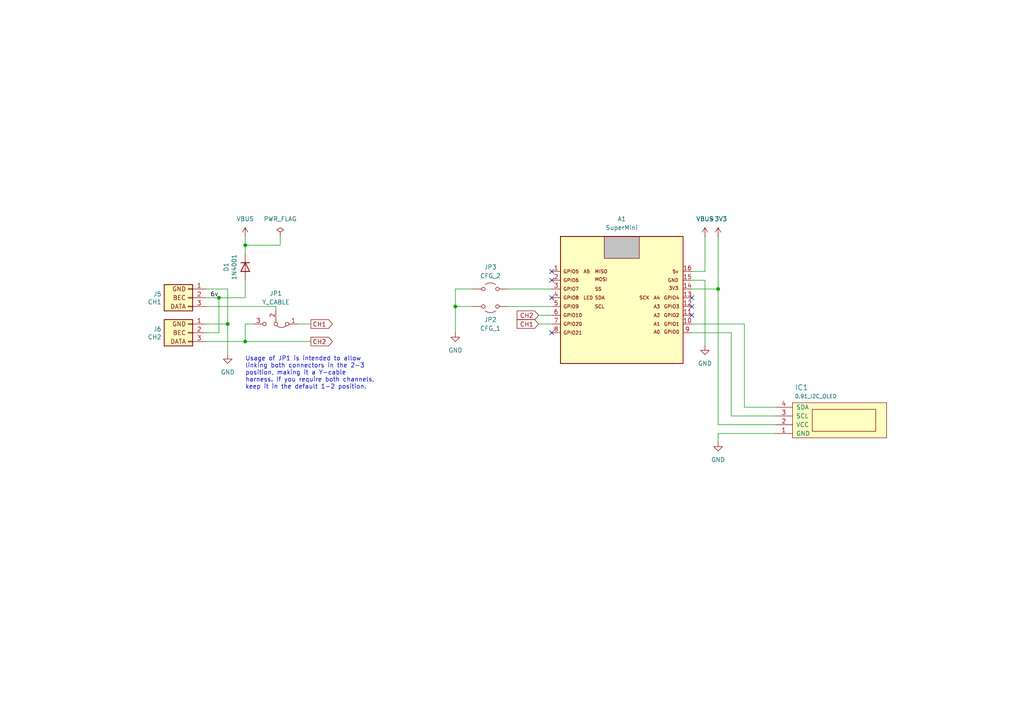
<source format=kicad_sch>
(kicad_sch (version 20231120) (generator "eeschema") (generator_version "8.0")
  (paper "A4")
  (title_block (title "RC Dashboard (ESP32 C3 \"SuperMini\")") (comment 3 "board.") (comment 4 "Adding a throttle gauge using an OLED-screen and an ESP32 C3 \"SuperMini\" development"))
  (lib_symbols
    (symbol "Diode:1N4001" (pin_numbers hide) (pin_names hide)
      (property "Reference" "D" (at 0 2.54 0))
      (property "Value" "1N4001" (at 0 -2.54 0))
      (symbol "1N4001_0_1"
        (polyline (pts (xy -1.27 1.27) (xy -1.27 -1.27)) (stroke (width 0.254)))
        (polyline (pts (xy 1.27 0) (xy -1.27 0)))
        (polyline (pts (xy 1.27 1.27) (xy 1.27 -1.27) (xy -1.27 0) (xy 1.27 1.27)) (stroke (width 0.254)))
      )
      (symbol "1N4001_1_1"
        (pin passive line (at -3.81 0 0) (length 2.54) (name "K") (number "1"))
        (pin passive line (at 3.81 0 180) (length 2.54) (name "A") (number "2"))
      )
    )
    (symbol "I2C_OLED:0.91_I2C_OLED" (pin_names (offset 1.016))
      (property "Reference" "IC" (at 1.27 -4.445 0))
      (property "Value" "0.91_I2C_OLED" (at 1.905 -2.54 0))
      (symbol "0.91_I2C_OLED_0_1"
        (rectangle (start -13.335 1.905) (end 13.97 -8.255) (fill (type background)))
        (rectangle (start 10.795 0) (end -7.62 -6.35))
      )
      (symbol "0.91_I2C_OLED_1_1"
        (pin power_in line (at -18.415 -6.985 0) (length 5.08) (name "GND") (number "1"))
        (pin power_in line (at -18.415 -4.445 0) (length 5.08) (name "VCC") (number "2"))
        (pin bidirectional line (at -18.415 -1.905 0) (length 5.08) (name "SCL") (number "3"))
        (pin bidirectional line (at -18.415 0.635 0) (length 5.08) (name "SDA") (number "4"))
      )
    )
    (symbol "Jumper:Jumper_2_Open" (pin_numbers hide) (pin_names (offset 0) hide) (exclude_from_sim yes)
      (property "Reference" "JP" (at 0 2.794 0))
      (property "Value" "Jumper_2_Open" (at 0 -2.286 0))
      (symbol "Jumper_2_Open_0_0"
        (circle (center -2.032 0) (radius 0.508))
        (circle (center 2.032 0) (radius 0.508))
      )
      (symbol "Jumper_2_Open_0_1"
        (arc (start 1.524 1.27) (mid 0 1.778) (end -1.524 1.27))
      )
      (symbol "Jumper_2_Open_1_1"
        (pin passive line (at -5.08 0 0) (length 2.54) (name "A") (number "1"))
        (pin passive line (at 5.08 0 180) (length 2.54) (name "B") (number "2"))
      )
    )
    (symbol "Jumper:Jumper_3_Bridged12" (pin_names (offset 0) hide) (exclude_from_sim yes) (in_bom no)
      (property "Reference" "JP" (at -2.54 -2.54 0))
      (property "Value" "Jumper_3_Bridged12" (at 0 2.794 0))
      (symbol "Jumper_3_Bridged12_0_0"
        (circle (center -3.302 0) (radius 0.508))
        (circle (center 0 0) (radius 0.508))
        (circle (center 3.302 0) (radius 0.508))
      )
      (symbol "Jumper_3_Bridged12_0_1"
        (arc (start -0.254 0.508) (mid -1.651 0.9912) (end -3.048 0.508))
        (polyline (pts (xy 0 -1.27) (xy 0 -0.508)))
      )
      (symbol "Jumper_3_Bridged12_1_1"
        (pin passive line (at -6.35 0 0) (length 2.54) (name "A") (number "1"))
        (pin passive line (at 0 -3.81 90) (length 2.54) (name "C") (number "2"))
        (pin passive line (at 6.35 0 180) (length 2.54) (name "B") (number "3"))
      )
    )
    (symbol "SuperMini:SuperMini" (pin_names hide)
      (property "Reference" "A" (at -15.748 -1.524 0))
      (property "Value" "SuperMini" (at 0 0 0))
      (symbol "SuperMini_0_1"
        (rectangle (start -17.78 2.54) (end 17.78 -34.29) (stroke (width 0.254)) (fill (type background)))
      )
      (symbol "SuperMini_1_0"
        (text "3V3" (at 16.51 -12.446 0) (effects (font (size 0.9906 0.9906)) (justify right)))
        (text "5v" (at 16.51 -7.62 0) (effects (font (size 0.9906 0.9906)) (justify right)))
        (text "A0" (at 11.176 -25.146 0) (effects (font (size 0.9906 0.9906)) (justify right)))
        (text "A1" (at 11.176 -22.86 0) (effects (font (size 0.9906 0.9906)) (justify right)))
        (text "A2" (at 11.176 -20.32 0) (effects (font (size 0.9906 0.9906)) (justify right)))
        (text "A3" (at 11.176 -17.78 0) (effects (font (size 0.9906 0.9906)) (justify right)))
        (text "A4" (at 11.176 -15.24 0) (effects (font (size 0.9906 0.9906)) (justify right)))
        (text "A5" (at -11.176 -7.62 0) (effects (font (size 0.9906 0.9906)) (justify left)))
        (text "GPIO0" (at 16.764 -25.146 0) (effects (font (size 0.9906 0.9906)) (justify right)))
        (text "GPIO1" (at 16.764 -22.86 0) (effects (font (size 0.9906 0.9906)) (justify right)))
        (text "GPIO10" (at -17.018 -20.32 0) (effects (font (size 0.9906 0.9906)) (justify left)))
        (text "GPIO2" (at 16.764 -20.32 0) (effects (font (size 0.9906 0.9906)) (justify right)))
        (text "GPIO20" (at -17.018 -22.86 0) (effects (font (size 0.9906 0.9906)) (justify left)))
        (text "GPIO21" (at -17.018 -25.4 0) (effects (font (size 0.9906 0.9906)) (justify left)))
        (text "GPIO3" (at 16.764 -17.78 0) (effects (font (size 0.9906 0.9906)) (justify right)))
        (text "GPIO4" (at 16.764 -15.24 0) (effects (font (size 0.9906 0.9906)) (justify right)))
        (text "GPIO5" (at -17.018 -7.62 0) (effects (font (size 0.9906 0.9906)) (justify left)))
        (text "GPIO6" (at -17.018 -10.16 0) (effects (font (size 0.9906 0.9906)) (justify left)))
        (text "GPIO7" (at -17.018 -12.7 0) (effects (font (size 0.9906 0.9906)) (justify left)))
        (text "GPIO8" (at -17.018 -15.24 0) (effects (font (size 0.9906 0.9906)) (justify left)))
        (text "GPIO9" (at -17.018 -17.78 0) (effects (font (size 0.9906 0.9906)) (justify left)))
        (text "LED" (at -11.176 -15.24 0) (effects (font (size 0.9906 0.9906)) (justify left)))
        (text "MISO" (at -7.874 -7.62 0) (effects (font (size 0.9906 0.9906)) (justify left)))
        (text "MOSI" (at -7.874 -9.906 0) (effects (font (size 0.9906 0.9906)) (justify left)))
        (text "SCK" (at 8.128 -15.24 0) (effects (font (size 0.9906 0.9906)) (justify right)))
        (text "SCL" (at -7.874 -17.78 0) (effects (font (size 0.9906 0.9906)) (justify left)))
        (text "SDA" (at -7.874 -15.24 0) (effects (font (size 0.9906 0.9906)) (justify left)))
        (text "SS" (at -7.874 -12.7 0) (effects (font (size 0.9906 0.9906)) (justify left)))
      )
      (symbol "SuperMini_1_1"
        (rectangle (start -5.08 2.54) (end 5.08 -3.81) (fill (type color) (color 194 194 194 1)))
        (text "GND" (at 16.51 -10.16 0) (effects (font (size 0.9906 0.9906)) (justify right)))
        (pin bidirectional line (at -20.32 -7.62 0) (length 2.54) (name "GPIO5") (number "1"))
        (pin bidirectional line (at 20.32 -22.86 180) (length 2.54) (name "GPIO1") (number "10"))
        (pin bidirectional line (at 20.32 -20.32 180) (length 2.54) (name "GPIO2") (number "11"))
        (pin bidirectional line (at 20.32 -17.78 180) (length 2.54) (name "GPIO3") (number "12"))
        (pin bidirectional line (at 20.32 -15.24 180) (length 2.54) (name "GPIO4") (number "13"))
        (pin power_out line (at 20.32 -12.7 180) (length 2.54) (name "3V3") (number "14"))
        (pin power_in line (at 20.32 -10.16 180) (length 2.54) (name "GND") (number "15"))
        (pin power_in line (at 20.32 -7.62 180) (length 2.54) (name "5v") (number "16"))
        (pin bidirectional line (at -20.32 -10.16 0) (length 2.54) (name "GPIO6") (number "2"))
        (pin bidirectional line (at -20.32 -12.7 0) (length 2.54) (name "GPIO7") (number "3"))
        (pin bidirectional line (at -20.32 -15.24 0) (length 2.54) (name "GPIO8") (number "4"))
        (pin bidirectional line (at -20.32 -17.78 0) (length 2.54) (name "GPIO9") (number "5"))
        (pin bidirectional line (at -20.32 -20.32 0) (length 2.54) (name "GPIO10") (number "6"))
        (pin bidirectional line (at -20.32 -22.86 0) (length 2.54) (name "GPIO20") (number "7"))
        (pin bidirectional line (at -20.32 -25.4 0) (length 2.54) (name "GPIO21") (number "8"))
        (pin bidirectional line (at 20.32 -25.4 180) (length 2.54) (name "GPIO0") (number "9"))
      )
    )
    (symbol "power:+3V3" (power) (pin_numbers hide) (pin_names (offset 0) hide)
      (property "Value" "+3V3" (at 0 3.556 0))
      (symbol "+3V3_0_1"
        (polyline (pts (xy -0.762 1.27) (xy 0 2.54)))
        (polyline (pts (xy 0 0) (xy 0 2.54)))
        (polyline (pts (xy 0 2.54) (xy 0.762 1.27)))
      )
      (symbol "+3V3_1_1"
        (pin power_in line (at 0 0 90) (length 0) (name "~") (number "1"))
      )
    )
    (symbol "power:GND" (power) (pin_numbers hide) (pin_names (offset 0) hide)
      (property "Value" "GND" (at 0 -3.81 0))
      (symbol "GND_0_1"
        (polyline (pts (xy 0 0) (xy 0 -1.27) (xy 1.27 -1.27) (xy 0 -2.54) (xy -1.27 -1.27) (xy 0 -1.27)))
      )
      (symbol "GND_1_1"
        (pin power_in line (at 0 0 270) (length 0) (name "~") (number "1"))
      )
    )
    (symbol "power:PWR_FLAG" (power) (pin_numbers hide) (pin_names (offset 0) hide)
      (property "Value" "PWR_FLAG" (at 0 3.81 0))
      (symbol "PWR_FLAG_0_0"
        (pin power_out line (at 0 0 90) (length 0) (name "~") (number "1"))
      )
      (symbol "PWR_FLAG_0_1"
        (polyline (pts (xy 0 0) (xy 0 1.27) (xy -1.016 1.905) (xy 0 2.54) (xy 1.016 1.905) (xy 0 1.27)))
      )
    )
    (symbol "power:VBUS" (power) (pin_numbers hide) (pin_names (offset 0) hide)
      (property "Value" "VBUS" (at 0 3.556 0))
      (symbol "VBUS_0_1"
        (polyline (pts (xy -0.762 1.27) (xy 0 2.54)))
        (polyline (pts (xy 0 0) (xy 0 2.54)))
        (polyline (pts (xy 0 2.54) (xy 0.762 1.27)))
      )
      (symbol "VBUS_1_1"
        (pin power_in line (at 0 0 90) (length 0) (name "~") (number "1"))
      )
    )
    (symbol "rc_light_system:Conn_Channel_Output" (pin_names (offset 1.016) hide)
      (property "Reference" "J" (at 0 5.08 0))
      (property "Value" "Conn_Channel_Output" (at 0 -5.08 0))
      (symbol "Conn_Channel_Output_0_1"
        (rectangle (start -1.27 3.81) (end 6.985 -3.81) (stroke (width 0.254)) (fill (type background)))
      )
      (symbol "Conn_Channel_Output_1_1"
        (rectangle (start -1.27 -2.413) (end 0 -2.667) (stroke (width 0.1524)))
        (rectangle (start -1.27 0.127) (end 0 -0.127) (stroke (width 0.1524)))
        (rectangle (start -1.27 2.667) (end 0 2.413) (stroke (width 0.1524)))
        (text "BEC" (at 0.635 0 0) (effects (font (size 1.27 1.27)) (justify left)))
        (text "DATA" (at 0.635 -2.54 0) (effects (font (size 1.27 1.27)) (justify left)))
        (text "GND" (at 0.635 2.54 0) (effects (font (size 1.27 1.27)) (justify left)))
        (pin power_in line (at -5.08 2.54 0) (length 3.81) (name "GND") (number "1"))
        (pin passive line (at -5.08 0 0) (length 3.81) (name "BEC") (number "2"))
        (pin input line (at -5.08 -2.54 0) (length 3.81) (name "VCC") (number "3"))
      )
    )
    (symbol "rc_light_system:Conn_Input" (pin_names (offset 1.016) hide)
      (property "Reference" "J" (at 0 5.08 0))
      (property "Value" "Conn_Input" (at 0 -5.08 0))
      (symbol "Conn_Input_0_1"
        (rectangle (start -1.27 3.81) (end 6.985 -3.81) (stroke (width 0.254)) (fill (type background)))
      )
      (symbol "Conn_Input_1_1"
        (rectangle (start -1.27 -2.413) (end 0 -2.667) (stroke (width 0.1524)))
        (rectangle (start -1.27 0.127) (end 0 -0.127) (stroke (width 0.1524)))
        (rectangle (start -1.27 2.667) (end 0 2.413) (stroke (width 0.1524)))
        (text "BEC" (at 0.635 0 0) (effects (font (size 1.27 1.27)) (justify left)))
        (text "DATA" (at 0.635 -2.54 0) (effects (font (size 1.27 1.27)) (justify left)))
        (text "GND" (at 0.635 2.54 0) (effects (font (size 1.27 1.27)) (justify left)))
        (pin power_out line (at -5.08 2.54 0) (length 3.81) (name "GND") (number "1"))
        (pin power_out line (at -5.08 0 0) (length 3.81) (name "BEC") (number "2"))
        (pin output line (at -5.08 -2.54 0) (length 3.81) (name "VCC") (number "3"))
      )
    )
  )
  (junction (at 63.5 86.36))
  (junction (at 71.12 99.06))
  (junction (at 71.12 71.12))
  (junction (at 208.28 83.82))
  (junction (at 132.08 88.9))
  (junction (at 66.04 93.98))
  (no_connect (at 160.02 81.28))
  (no_connect (at 200.66 86.36))
  (no_connect (at 200.66 91.44))
  (no_connect (at 160.02 78.74))
  (no_connect (at 160.02 86.36))
  (no_connect (at 160.02 96.52))
  (no_connect (at 200.66 88.9))
  (wire (pts (xy 212.09 96.52) (xy 212.09 120.65)))
  (wire (pts (xy 59.69 83.82) (xy 66.04 83.82)))
  (wire (pts (xy 66.04 93.98) (xy 66.04 102.87)))
  (wire (pts (xy 215.9 118.11) (xy 215.9 93.98)))
  (wire (pts (xy 200.66 78.74) (xy 204.47 78.74)))
  (wire (pts (xy 71.12 68.58) (xy 71.12 71.12)))
  (wire (pts (xy 59.69 88.9) (xy 80.01 88.9)))
  (wire (pts (xy 208.28 83.82) (xy 208.28 123.19)))
  (wire (pts (xy 71.12 93.98) (xy 71.12 99.06)))
  (wire (pts (xy 156.21 91.44) (xy 160.02 91.44)))
  (wire (pts (xy 66.04 83.82) (xy 66.04 93.98)))
  (wire (pts (xy 200.66 96.52) (xy 212.09 96.52)))
  (wire (pts (xy 208.28 68.58) (xy 208.28 83.82)))
  (wire (pts (xy 59.69 99.06) (xy 71.12 99.06)))
  (wire (pts (xy 71.12 71.12) (xy 81.28 71.12)))
  (wire (pts (xy 204.47 81.28) (xy 204.47 100.33)))
  (wire (pts (xy 59.69 93.98) (xy 66.04 93.98)))
  (wire (pts (xy 208.28 125.73) (xy 224.79 125.73)))
  (wire (pts (xy 132.08 88.9) (xy 137.16 88.9)))
  (wire (pts (xy 132.08 83.82) (xy 137.16 83.82)))
  (wire (pts (xy 132.08 83.82) (xy 132.08 88.9)))
  (wire (pts (xy 156.21 93.98) (xy 160.02 93.98)))
  (wire (pts (xy 71.12 99.06) (xy 90.17 99.06)))
  (wire (pts (xy 71.12 71.12) (xy 71.12 73.66)))
  (wire (pts (xy 212.09 120.65) (xy 224.79 120.65)))
  (wire (pts (xy 80.01 88.9) (xy 80.01 90.17)))
  (wire (pts (xy 132.08 88.9) (xy 132.08 96.52)))
  (wire (pts (xy 204.47 68.58) (xy 204.47 78.74)))
  (wire (pts (xy 63.5 86.36) (xy 59.69 86.36)))
  (wire (pts (xy 81.28 68.58) (xy 81.28 71.12)))
  (wire (pts (xy 200.66 81.28) (xy 204.47 81.28)))
  (wire (pts (xy 147.32 88.9) (xy 160.02 88.9)))
  (wire (pts (xy 215.9 93.98) (xy 200.66 93.98)))
  (wire (pts (xy 224.79 123.19) (xy 208.28 123.19)))
  (wire (pts (xy 63.5 96.52) (xy 59.69 96.52)))
  (wire (pts (xy 208.28 125.73) (xy 208.28 128.27)))
  (wire (pts (xy 208.28 83.82) (xy 200.66 83.82)))
  (wire (pts (xy 73.66 93.98) (xy 71.12 93.98)))
  (wire (pts (xy 63.5 86.36) (xy 63.5 96.52)))
  (wire (pts (xy 86.36 93.98) (xy 90.17 93.98)))
  (wire (pts (xy 147.32 83.82) (xy 160.02 83.82)))
  (wire (pts (xy 215.9 118.11) (xy 224.79 118.11)))
  (wire (pts (xy 71.12 81.28) (xy 71.12 86.36)))
  (wire (pts (xy 63.5 86.36) (xy 71.12 86.36)))
  (text "Usage of JP1 is intended to allow\nlinking both connectors in the 2-3\nposition, making it a Y-cable\nharness. If you require both channels,\nkeep it in the default 1-2 position." (at 71.12 113.03 0) (effects (font (size 1.27 1.27)) (justify left bottom)))
  (label "6v" (at 60.96 86.36 0))
  (global_label "CH1" (shape output) (at 90.17 93.98 0) (property "Intersheetrefs" "${INTERSHEET_REFS}" (effects (hide yes))))
  (global_label "CH2" (shape input) (at 156.21 91.44 180) (property "Intersheetrefs" "${INTERSHEET_REFS}" (effects (hide yes))))
  (global_label "CH1" (shape input) (at 156.21 93.98 180) (property "Intersheetrefs" "${INTERSHEET_REFS}" (effects (hide yes))))
  (global_label "CH2" (shape output) (at 90.17 99.06 0) (property "Intersheetrefs" "${INTERSHEET_REFS}" (effects (hide yes))))
  (symbol (lib_id "rc_light_system:Conn_Input") (at 54.61 86.36 0) (mirror y) (unit 1)
    (property "Reference" "J5" (at 46.863 85.2932 0) (effects (justify left)))
    (property "Value" "CH1" (at 46.863 87.6046 0) (effects (justify left)))
    (property "Footprint" "Connector_PinHeader_2.54mm:PinHeader_1x03_P2.54mm_Vertical" (effects (hide yes)))
  )
  (symbol (lib_id "rc_light_system:Conn_Channel_Output") (at 54.61 96.52 0) (mirror y) (unit 1)
    (property "Reference" "J6" (at 46.863 95.4532 0) (effects (justify left)))
    (property "Value" "CH2" (at 46.863 97.7646 0) (effects (justify left)))
    (property "Footprint" "Connector_PinHeader_2.54mm:PinHeader_1x03_P2.54mm_Vertical" (effects (hide yes)))
  )
  (symbol (lib_id "I2C_OLED:0.91_I2C_OLED") (at 243.205 118.745 0) (unit 1)
    (property "Reference" "IC1" (at 230.505 112.395 0) (effects (font (size 1.524 1.524)) (justify left)))
    (property "Value" "0.91_I2C_OLED" (at 230.505 114.935 0) (effects (font (size 1.0922 1.0922)) (justify left)))
    (property "Footprint" "Connector_JST:JST_XH_B4B-XH-A_1x04_P2.50mm_Vertical" (effects (hide yes)))
  )
  (symbol (lib_id "Diode:1N4001") (at 71.12 77.47 270) (unit 1)
    (property "Reference" "D1" (at 65.6082 77.47 0))
    (property "Value" "1N4001" (at 67.9196 77.47 0))
    (property "Footprint" "Diode_THT:D_DO-41_SOD81_P10.16mm_Horizontal" (effects (hide yes)))
    (property "Datasheet" "http://www.vishay.com/docs/88503/1n4001.pdf" (effects (hide yes)))
  )
  (symbol (lib_id "power:GND") (at 66.04 102.87 0) (unit 1)
    (property "Reference" "#PWR01" (effects (hide yes)))
    (property "Value" "GND" (at 66.04 107.95 0))
    (property "Description" "Power symbol creates a global label with name \"GND\" , ground" (effects (hide yes)))
  )
  (symbol (lib_id "Jumper:Jumper_3_Bridged12") (at 80.01 93.98 180) (unit 1) (exclude_from_sim yes) (in_bom no)
    (property "Reference" "JP1" (at 80.01 85.09 0))
    (property "Value" "Y_CABLE" (at 80.01 87.63 0))
    (property "Footprint" "solder_bridge:select2" (effects (hide yes)))
    (property "Description" "Jumper, 3-pole, pins 1+2 closed/bridged" (effects (hide yes)))
  )
  (symbol (lib_id "power:GND") (at 132.08 96.52 0) (unit 1)
    (property "Reference" "#PWR02" (effects (hide yes)))
    (property "Value" "GND" (at 132.08 101.6 0))
    (property "Description" "Power symbol creates a global label with name \"GND\" , ground" (effects (hide yes)))
  )
  (symbol (lib_id "power:GND") (at 208.28 128.27 0) (unit 1)
    (property "Reference" "#PWR04" (effects (hide yes)))
    (property "Value" "GND" (at 208.28 133.35 0))
    (property "Description" "Power symbol creates a global label with name \"GND\" , ground" (effects (hide yes)))
  )
  (symbol (lib_id "power:GND") (at 204.47 100.33 0) (unit 1)
    (property "Reference" "#PWR05" (effects (hide yes)))
    (property "Value" "GND" (at 204.47 105.41 0))
    (property "Description" "Power symbol creates a global label with name \"GND\" , ground" (effects (hide yes)))
  )
  (symbol (lib_id "power:PWR_FLAG") (at 81.28 68.58 0) (unit 1)
    (property "Reference" "#FLG01" (effects (hide yes)))
    (property "Value" "PWR_FLAG" (at 81.28 63.5 0))
    (property "Description" "Special symbol for telling ERC where power comes from" (effects (hide yes)))
  )
  (symbol (lib_id "power:VBUS") (at 71.12 68.58 0) (unit 1)
    (property "Reference" "#PWR06" (effects (hide yes)))
    (property "Value" "VBUS" (at 71.12 63.5 0))
    (property "Description" "Power symbol creates a global label with name \"VBUS\"" (effects (hide yes)))
  )
  (symbol (lib_id "Jumper:Jumper_2_Open") (at 142.24 83.82 0) (unit 1) (exclude_from_sim yes)
    (property "Reference" "JP3" (at 142.24 77.47 0))
    (property "Value" "CFG_2" (at 142.24 80.01 0))
    (property "Footprint" "solder_bridge:bridge" (effects (hide yes)))
    (property "Description" "Jumper, 2-pole, open" (effects (hide yes)))
  )
  (symbol (lib_id "power:+3V3") (at 208.28 68.58 0) (unit 1)
    (property "Reference" "#PWR03" (effects (hide yes)))
    (property "Value" "+3V3" (at 208.28 63.5 0))
    (property "Description" "Power symbol creates a global label with name \"+3V3\"" (effects (hide yes)))
  )
  (symbol (lib_id "SuperMini:SuperMini") (at 180.34 71.12 0) (unit 1)
    (property "Reference" "A1" (at 180.34 63.5 0))
    (property "Value" "SuperMini" (at 180.34 66.04 0))
    (property "Footprint" "SuperMini:SuperMini_ESP32_C3" (effects (hide yes)))
    (property "Datasheet" "https://dl.artronshop.co.th/ESP32-C3%20SuperMini%20datasheet.pdf" (effects (hide yes)))
    (property "Description" "Development board available on the usual cheap sites, described as a SuperMini board with ESP32 C3 on it." (effects (hide yes)))
  )
  (symbol (lib_id "Jumper:Jumper_2_Open") (at 142.24 88.9 0) (mirror x) (unit 1) (exclude_from_sim yes)
    (property "Reference" "JP2" (at 142.24 92.71 0))
    (property "Value" "CFG_1" (at 142.24 95.25 0))
    (property "Footprint" "solder_bridge:bridge" (effects (hide yes)))
    (property "Description" "Jumper, 2-pole, open" (effects (hide yes)))
  )
  (symbol (lib_id "power:VBUS") (at 204.47 68.58 0) (unit 1)
    (property "Reference" "#PWR07" (effects (hide yes)))
    (property "Value" "VBUS" (at 204.47 63.5 0))
    (property "Description" "Power symbol creates a global label with name \"VBUS\"" (effects (hide yes)))
  )
)
</source>
